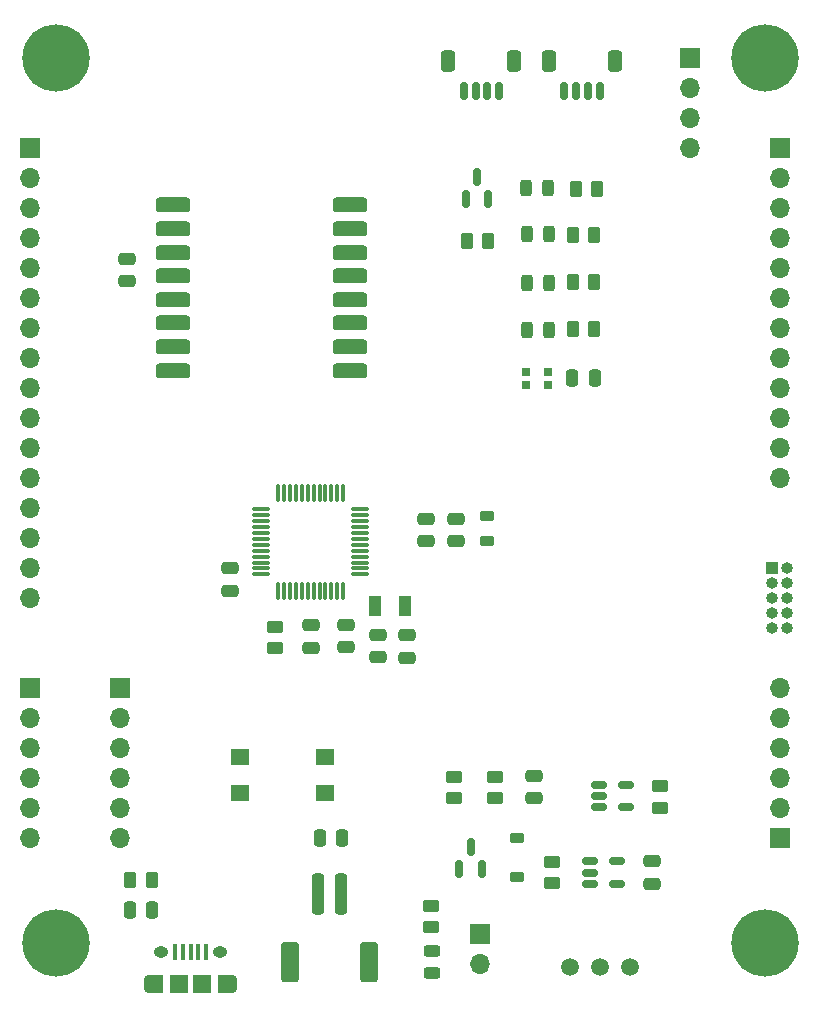
<source format=gbr>
%TF.GenerationSoftware,KiCad,Pcbnew,8.0.3*%
%TF.CreationDate,2024-06-19T01:19:57-05:00*%
%TF.ProjectId,bicep,62696365-702e-46b6-9963-61645f706362,rev?*%
%TF.SameCoordinates,Original*%
%TF.FileFunction,Soldermask,Top*%
%TF.FilePolarity,Negative*%
%FSLAX46Y46*%
G04 Gerber Fmt 4.6, Leading zero omitted, Abs format (unit mm)*
G04 Created by KiCad (PCBNEW 8.0.3) date 2024-06-19 01:19:57*
%MOMM*%
%LPD*%
G01*
G04 APERTURE LIST*
G04 Aperture macros list*
%AMRoundRect*
0 Rectangle with rounded corners*
0 $1 Rounding radius*
0 $2 $3 $4 $5 $6 $7 $8 $9 X,Y pos of 4 corners*
0 Add a 4 corners polygon primitive as box body*
4,1,4,$2,$3,$4,$5,$6,$7,$8,$9,$2,$3,0*
0 Add four circle primitives for the rounded corners*
1,1,$1+$1,$2,$3*
1,1,$1+$1,$4,$5*
1,1,$1+$1,$6,$7*
1,1,$1+$1,$8,$9*
0 Add four rect primitives between the rounded corners*
20,1,$1+$1,$2,$3,$4,$5,0*
20,1,$1+$1,$4,$5,$6,$7,0*
20,1,$1+$1,$6,$7,$8,$9,0*
20,1,$1+$1,$8,$9,$2,$3,0*%
G04 Aperture macros list end*
%ADD10R,0.700000X0.700000*%
%ADD11RoundRect,0.317500X1.157500X0.317500X-1.157500X0.317500X-1.157500X-0.317500X1.157500X-0.317500X0*%
%ADD12RoundRect,0.250000X-0.250000X-1.500000X0.250000X-1.500000X0.250000X1.500000X-0.250000X1.500000X0*%
%ADD13RoundRect,0.250001X-0.499999X-1.449999X0.499999X-1.449999X0.499999X1.449999X-0.499999X1.449999X0*%
%ADD14RoundRect,0.250000X-0.450000X0.262500X-0.450000X-0.262500X0.450000X-0.262500X0.450000X0.262500X0*%
%ADD15RoundRect,0.150000X0.150000X-0.587500X0.150000X0.587500X-0.150000X0.587500X-0.150000X-0.587500X0*%
%ADD16RoundRect,0.250000X0.262500X0.450000X-0.262500X0.450000X-0.262500X-0.450000X0.262500X-0.450000X0*%
%ADD17R,1.600000X1.400000*%
%ADD18RoundRect,0.250000X0.450000X-0.262500X0.450000X0.262500X-0.450000X0.262500X-0.450000X-0.262500X0*%
%ADD19R,0.400000X1.350000*%
%ADD20O,0.890000X1.550000*%
%ADD21R,1.200000X1.550000*%
%ADD22O,1.250000X0.950000*%
%ADD23R,1.500000X1.550000*%
%ADD24RoundRect,0.243750X-0.243750X-0.456250X0.243750X-0.456250X0.243750X0.456250X-0.243750X0.456250X0*%
%ADD25RoundRect,0.250000X0.475000X-0.250000X0.475000X0.250000X-0.475000X0.250000X-0.475000X-0.250000X0*%
%ADD26C,5.700000*%
%ADD27R,1.700000X1.700000*%
%ADD28O,1.700000X1.700000*%
%ADD29R,1.000000X1.800000*%
%ADD30RoundRect,0.150000X-0.512500X-0.150000X0.512500X-0.150000X0.512500X0.150000X-0.512500X0.150000X0*%
%ADD31RoundRect,0.250000X-0.262500X-0.450000X0.262500X-0.450000X0.262500X0.450000X-0.262500X0.450000X0*%
%ADD32RoundRect,0.150000X-0.150000X-0.625000X0.150000X-0.625000X0.150000X0.625000X-0.150000X0.625000X0*%
%ADD33RoundRect,0.250000X-0.350000X-0.650000X0.350000X-0.650000X0.350000X0.650000X-0.350000X0.650000X0*%
%ADD34RoundRect,0.225000X0.375000X-0.225000X0.375000X0.225000X-0.375000X0.225000X-0.375000X-0.225000X0*%
%ADD35C,1.500000*%
%ADD36RoundRect,0.075000X0.662500X0.075000X-0.662500X0.075000X-0.662500X-0.075000X0.662500X-0.075000X0*%
%ADD37RoundRect,0.075000X0.075000X0.662500X-0.075000X0.662500X-0.075000X-0.662500X0.075000X-0.662500X0*%
%ADD38RoundRect,0.250000X-0.475000X0.250000X-0.475000X-0.250000X0.475000X-0.250000X0.475000X0.250000X0*%
%ADD39RoundRect,0.250000X-0.250000X-0.475000X0.250000X-0.475000X0.250000X0.475000X-0.250000X0.475000X0*%
%ADD40R,1.000000X1.000000*%
%ADD41O,1.000000X1.000000*%
%ADD42RoundRect,0.250000X0.250000X0.475000X-0.250000X0.475000X-0.250000X-0.475000X0.250000X-0.475000X0*%
%ADD43RoundRect,0.218750X-0.381250X0.218750X-0.381250X-0.218750X0.381250X-0.218750X0.381250X0.218750X0*%
%ADD44RoundRect,0.243750X0.456250X-0.243750X0.456250X0.243750X-0.456250X0.243750X-0.456250X-0.243750X0*%
G04 APERTURE END LIST*
D10*
%TO.C,LED6*%
X153835000Y-90090000D03*
X153835000Y-91190000D03*
X155665000Y-91190000D03*
X155665000Y-90090000D03*
%TD*%
D11*
%TO.C,U2*%
X138930000Y-90000000D03*
X138930000Y-88000000D03*
X138930000Y-86000000D03*
X138930000Y-84000000D03*
X138930000Y-82000000D03*
X138930000Y-80000000D03*
X138930000Y-78000000D03*
X138930000Y-76000000D03*
X123880000Y-76000000D03*
X123880000Y-78000000D03*
X123880000Y-80000000D03*
X123880000Y-82000000D03*
X123880000Y-84000000D03*
X123880000Y-86000000D03*
X123880000Y-88000000D03*
X123880000Y-90000000D03*
%TD*%
D12*
%TO.C,J10*%
X136160000Y-134310000D03*
X138160000Y-134310000D03*
D13*
X133810000Y-140060000D03*
X140510000Y-140060000D03*
%TD*%
D14*
%TO.C,R12*%
X151200000Y-124375000D03*
X151200000Y-126200000D03*
%TD*%
D15*
%TO.C,Q2*%
X148150000Y-132237500D03*
X150050000Y-132237500D03*
X149100000Y-130362500D03*
%TD*%
D16*
%TO.C,R4*%
X159562500Y-78500000D03*
X157737500Y-78500000D03*
%TD*%
D17*
%TO.C,SW1*%
X136800000Y-125750000D03*
X129600000Y-125750000D03*
X136800000Y-122750000D03*
X129600000Y-122750000D03*
%TD*%
D18*
%TO.C,R11*%
X147700000Y-126200000D03*
X147700000Y-124375000D03*
%TD*%
D19*
%TO.C,J11*%
X124100000Y-139200000D03*
X124750000Y-139200000D03*
X125400000Y-139200000D03*
X126050000Y-139200000D03*
X126700000Y-139200000D03*
D20*
X121900000Y-141900000D03*
D21*
X122500000Y-141900000D03*
D22*
X122900000Y-139200000D03*
D23*
X124400000Y-141900000D03*
X126400000Y-141900000D03*
D22*
X127900000Y-139200000D03*
D21*
X128300000Y-141900000D03*
D20*
X128900000Y-141900000D03*
%TD*%
D24*
%TO.C,LED1*%
X153812500Y-74540000D03*
X155687500Y-74540000D03*
%TD*%
%TO.C,LED3*%
X153875000Y-82540000D03*
X155750000Y-82540000D03*
%TD*%
D25*
%TO.C,C12*%
X154500000Y-126200000D03*
X154500000Y-124300000D03*
%TD*%
D26*
%TO.C,H2*%
X174000000Y-63500000D03*
%TD*%
D27*
%TO.C,J9*%
X111760000Y-71120000D03*
D28*
X111760000Y-73660000D03*
X111760000Y-76200000D03*
X111760000Y-78740000D03*
X111760000Y-81280000D03*
X111760000Y-83820000D03*
X111760000Y-86360000D03*
X111760000Y-88900000D03*
X111760000Y-91440000D03*
X111760000Y-93980000D03*
X111760000Y-96520000D03*
X111760000Y-99060000D03*
X111760000Y-101600000D03*
X111760000Y-104140000D03*
X111760000Y-106680000D03*
X111760000Y-109220000D03*
%TD*%
D29*
%TO.C,Y1*%
X143550000Y-109950000D03*
X141050000Y-109950000D03*
%TD*%
D30*
%TO.C,U4*%
X159225000Y-131550000D03*
X159225000Y-132500000D03*
X159225000Y-133450000D03*
X161500000Y-133450000D03*
X161500000Y-131550000D03*
%TD*%
D31*
%TO.C,R8*%
X120275000Y-133100000D03*
X122100000Y-133100000D03*
%TD*%
D18*
%TO.C,R10*%
X156000000Y-133412500D03*
X156000000Y-131587500D03*
%TD*%
D32*
%TO.C,J2*%
X157020000Y-66325000D03*
X158020000Y-66325000D03*
X159020000Y-66325000D03*
X160020000Y-66325000D03*
D33*
X155720000Y-63800000D03*
X161320000Y-63800000D03*
%TD*%
D25*
%TO.C,C7*%
X145350000Y-104425000D03*
X145350000Y-102525000D03*
%TD*%
D27*
%TO.C,J6*%
X119380000Y-116840000D03*
D28*
X119380000Y-119380000D03*
X119380000Y-121920000D03*
X119380000Y-124460000D03*
X119380000Y-127000000D03*
X119380000Y-129540000D03*
%TD*%
D27*
%TO.C,J5*%
X111760000Y-116840000D03*
D28*
X111760000Y-119380000D03*
X111760000Y-121920000D03*
X111760000Y-124460000D03*
X111760000Y-127000000D03*
X111760000Y-129540000D03*
%TD*%
D32*
%TO.C,J3*%
X148520000Y-66325000D03*
X149520000Y-66325000D03*
X150520000Y-66325000D03*
X151520000Y-66325000D03*
D33*
X147220000Y-63800000D03*
X152820000Y-63800000D03*
%TD*%
D25*
%TO.C,C3*%
X141300000Y-114250000D03*
X141300000Y-112350000D03*
%TD*%
D14*
%TO.C,R9*%
X165100000Y-125175000D03*
X165100000Y-127000000D03*
%TD*%
D34*
%TO.C,D1*%
X153000000Y-132840000D03*
X153000000Y-129540000D03*
%TD*%
D16*
%TO.C,R3*%
X159812500Y-74600000D03*
X157987500Y-74600000D03*
%TD*%
D25*
%TO.C,C8*%
X120000000Y-82450000D03*
X120000000Y-80550000D03*
%TD*%
D35*
%TO.C,SW2*%
X162560000Y-140500000D03*
X160060000Y-140500000D03*
X157560000Y-140500000D03*
%TD*%
D16*
%TO.C,R5*%
X159562500Y-82500000D03*
X157737500Y-82500000D03*
%TD*%
D24*
%TO.C,LED4*%
X153875000Y-86540000D03*
X155750000Y-86540000D03*
%TD*%
D30*
%TO.C,U3*%
X159962500Y-125050000D03*
X159962500Y-126000000D03*
X159962500Y-126950000D03*
X162237500Y-126950000D03*
X162237500Y-125050000D03*
%TD*%
D27*
%TO.C,J12*%
X149900000Y-137725000D03*
D28*
X149900000Y-140265000D03*
%TD*%
D26*
%TO.C,H4*%
X174000000Y-138500000D03*
%TD*%
D36*
%TO.C,U1*%
X139725000Y-107250000D03*
X139725000Y-106750000D03*
X139725000Y-106250000D03*
X139725000Y-105750000D03*
X139725000Y-105250000D03*
X139725000Y-104750000D03*
X139725000Y-104250000D03*
X139725000Y-103750000D03*
X139725000Y-103250000D03*
X139725000Y-102750000D03*
X139725000Y-102250000D03*
X139725000Y-101750000D03*
D37*
X138312500Y-100337500D03*
X137812500Y-100337500D03*
X137312500Y-100337500D03*
X136812500Y-100337500D03*
X136312500Y-100337500D03*
X135812500Y-100337500D03*
X135312500Y-100337500D03*
X134812500Y-100337500D03*
X134312500Y-100337500D03*
X133812500Y-100337500D03*
X133312500Y-100337500D03*
X132812500Y-100337500D03*
D36*
X131400000Y-101750000D03*
X131400000Y-102250000D03*
X131400000Y-102750000D03*
X131400000Y-103250000D03*
X131400000Y-103750000D03*
X131400000Y-104250000D03*
X131400000Y-104750000D03*
X131400000Y-105250000D03*
X131400000Y-105750000D03*
X131400000Y-106250000D03*
X131400000Y-106750000D03*
X131400000Y-107250000D03*
D37*
X132812500Y-108662500D03*
X133312500Y-108662500D03*
X133812500Y-108662500D03*
X134312500Y-108662500D03*
X134812500Y-108662500D03*
X135312500Y-108662500D03*
X135812500Y-108662500D03*
X136312500Y-108662500D03*
X136812500Y-108662500D03*
X137312500Y-108662500D03*
X137812500Y-108662500D03*
X138312500Y-108662500D03*
%TD*%
D27*
%TO.C,J7*%
X175260000Y-129540000D03*
D28*
X175260000Y-127000000D03*
X175260000Y-124460000D03*
X175260000Y-121920000D03*
X175260000Y-119380000D03*
X175260000Y-116840000D03*
%TD*%
D38*
%TO.C,C2*%
X138562500Y-111500000D03*
X138562500Y-113400000D03*
%TD*%
%TO.C,C13*%
X164500000Y-131550000D03*
X164500000Y-133450000D03*
%TD*%
D25*
%TO.C,C5*%
X128700000Y-108650000D03*
X128700000Y-106750000D03*
%TD*%
D16*
%TO.C,R6*%
X159562500Y-86500000D03*
X157737500Y-86500000D03*
%TD*%
D39*
%TO.C,C11*%
X157700000Y-90600000D03*
X159600000Y-90600000D03*
%TD*%
D25*
%TO.C,C6*%
X147850000Y-104425000D03*
X147850000Y-102525000D03*
%TD*%
D39*
%TO.C,C9*%
X136350000Y-129540000D03*
X138250000Y-129540000D03*
%TD*%
D14*
%TO.C,R7*%
X145760000Y-135312500D03*
X145760000Y-137137500D03*
%TD*%
D38*
%TO.C,C4*%
X135562500Y-111550000D03*
X135562500Y-113450000D03*
%TD*%
D26*
%TO.C,H3*%
X114000000Y-138500000D03*
%TD*%
D25*
%TO.C,C1*%
X143700000Y-114300000D03*
X143700000Y-112400000D03*
%TD*%
D26*
%TO.C,H1*%
X114000000Y-63500000D03*
%TD*%
D40*
%TO.C,J1*%
X174625000Y-106680000D03*
D41*
X175895000Y-106680000D03*
X174625000Y-107950000D03*
X175895000Y-107950000D03*
X174625000Y-109220000D03*
X175895000Y-109220000D03*
X174625000Y-110490000D03*
X175895000Y-110490000D03*
X174625000Y-111760000D03*
X175895000Y-111760000D03*
%TD*%
D31*
%TO.C,R2*%
X148775000Y-79040000D03*
X150600000Y-79040000D03*
%TD*%
D15*
%TO.C,Q1*%
X148712500Y-75477500D03*
X150612500Y-75477500D03*
X149662500Y-73602500D03*
%TD*%
D27*
%TO.C,J8*%
X175260000Y-71120000D03*
D28*
X175260000Y-73660000D03*
X175260000Y-76200000D03*
X175260000Y-78740000D03*
X175260000Y-81280000D03*
X175260000Y-83820000D03*
X175260000Y-86360000D03*
X175260000Y-88900000D03*
X175260000Y-91440000D03*
X175260000Y-93980000D03*
X175260000Y-96520000D03*
X175260000Y-99060000D03*
%TD*%
D14*
%TO.C,R1*%
X132562500Y-111675000D03*
X132562500Y-113500000D03*
%TD*%
D27*
%TO.C,J4*%
X167640000Y-63500000D03*
D28*
X167640000Y-66040000D03*
X167640000Y-68580000D03*
X167640000Y-71120000D03*
%TD*%
D42*
%TO.C,C10*%
X122150000Y-135700000D03*
X120250000Y-135700000D03*
%TD*%
D24*
%TO.C,LED2*%
X153875000Y-78420000D03*
X155750000Y-78420000D03*
%TD*%
D43*
%TO.C,FB1*%
X150500000Y-102300000D03*
X150500000Y-104425000D03*
%TD*%
D44*
%TO.C,LED5*%
X145800000Y-141000000D03*
X145800000Y-139125000D03*
%TD*%
M02*

</source>
